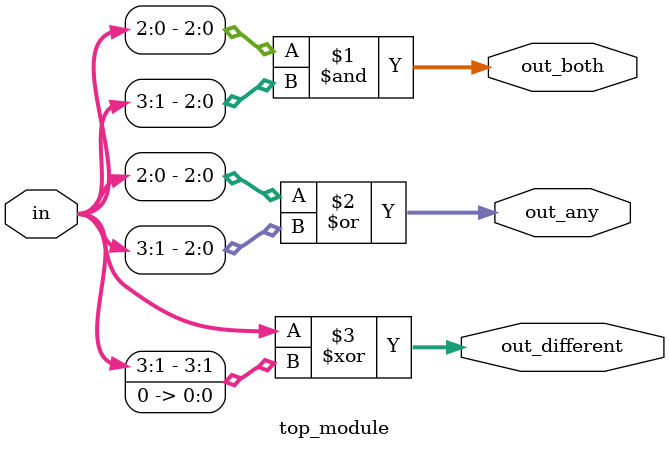
<source format=sv>
module top_module (
	input [3:0] in,
	output [2:0] out_both,
	output [3:1] out_any,
	output [3:0] out_different
);

	assign out_both = in[2:0] & in[3:1];
	assign out_any = in[2:0] | in[3:1];
	assign out_different = in ^ {in[3:1], 1'b0};

endmodule

</source>
